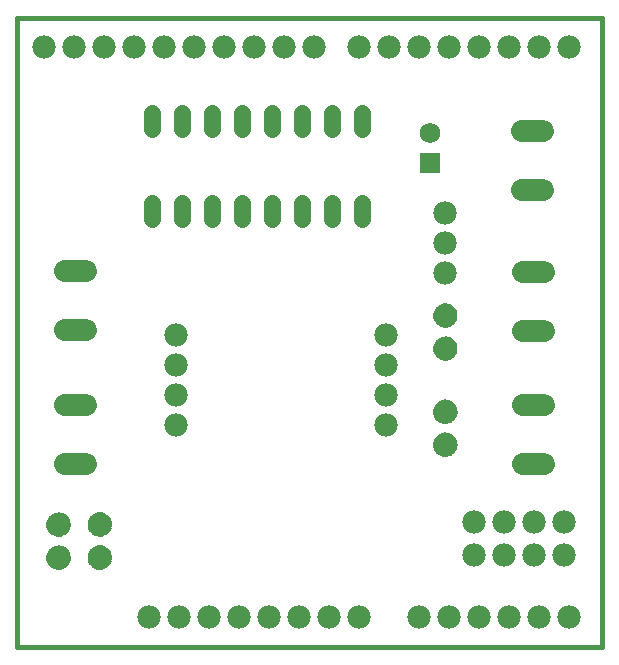
<source format=gbs>
G75*
%MOIN*%
%OFA0B0*%
%FSLAX25Y25*%
%IPPOS*%
%LPD*%
%AMOC8*
5,1,8,0,0,1.08239X$1,22.5*
%
%ADD10C,0.01600*%
%ADD11C,0.07800*%
%ADD12C,0.05600*%
%ADD13C,0.07450*%
%ADD14C,0.00500*%
%ADD15R,0.06900X0.06900*%
%ADD16C,0.06900*%
D10*
X0093524Y0001800D02*
X0093524Y0211249D01*
X0288406Y0211249D01*
X0288406Y0001800D01*
X0093524Y0001800D01*
D11*
X0137524Y0011603D03*
X0147524Y0011603D03*
X0157524Y0011603D03*
X0167524Y0011603D03*
X0177524Y0011603D03*
X0187524Y0011603D03*
X0197524Y0011603D03*
X0207524Y0011603D03*
X0227524Y0011603D03*
X0237524Y0011603D03*
X0247524Y0011603D03*
X0257524Y0011603D03*
X0267524Y0011603D03*
X0277524Y0011603D03*
X0275886Y0032312D03*
X0265886Y0032312D03*
X0255886Y0032312D03*
X0245886Y0032312D03*
X0245886Y0043335D03*
X0255886Y0043335D03*
X0265886Y0043335D03*
X0275886Y0043335D03*
X0216555Y0075619D03*
X0216555Y0085619D03*
X0216555Y0095619D03*
X0216555Y0105619D03*
X0236043Y0126485D03*
X0236043Y0136485D03*
X0236043Y0146485D03*
X0237524Y0201603D03*
X0247524Y0201603D03*
X0257524Y0201603D03*
X0267524Y0201603D03*
X0277524Y0201603D03*
X0227524Y0201603D03*
X0217524Y0201603D03*
X0207524Y0201603D03*
X0192524Y0201603D03*
X0182524Y0201603D03*
X0172524Y0201603D03*
X0162524Y0201603D03*
X0152524Y0201603D03*
X0142524Y0201603D03*
X0132524Y0201603D03*
X0122524Y0201603D03*
X0112524Y0201603D03*
X0102524Y0201603D03*
X0146476Y0105619D03*
X0146476Y0095619D03*
X0146476Y0085619D03*
X0146476Y0075619D03*
D12*
X0148445Y0144436D02*
X0148445Y0149636D01*
X0158445Y0149636D02*
X0158445Y0144436D01*
X0168445Y0144436D02*
X0168445Y0149636D01*
X0178445Y0149636D02*
X0178445Y0144436D01*
X0188445Y0144436D02*
X0188445Y0149636D01*
X0198445Y0149636D02*
X0198445Y0144436D01*
X0208445Y0144436D02*
X0208445Y0149636D01*
X0208445Y0174436D02*
X0208445Y0179636D01*
X0198445Y0179636D02*
X0198445Y0174436D01*
X0188445Y0174436D02*
X0188445Y0179636D01*
X0178445Y0179636D02*
X0178445Y0174436D01*
X0168445Y0174436D02*
X0168445Y0179636D01*
X0158445Y0179636D02*
X0158445Y0174436D01*
X0148445Y0174436D02*
X0148445Y0179636D01*
X0138445Y0179636D02*
X0138445Y0174436D01*
X0138445Y0149636D02*
X0138445Y0144436D01*
D13*
X0116458Y0126997D02*
X0109408Y0126997D01*
X0109408Y0107312D02*
X0116458Y0107312D01*
X0116458Y0082312D02*
X0109408Y0082312D01*
X0109408Y0062627D02*
X0116458Y0062627D01*
X0262125Y0062824D02*
X0269175Y0062824D01*
X0269175Y0082509D02*
X0262125Y0082509D01*
X0262125Y0106918D02*
X0269175Y0106918D01*
X0269175Y0126603D02*
X0262125Y0126603D01*
X0261731Y0153965D02*
X0268781Y0153965D01*
X0268781Y0173650D02*
X0261731Y0173650D01*
D14*
X0237730Y0115656D02*
X0238364Y0115308D01*
X0238918Y0114843D01*
X0239371Y0114278D01*
X0239705Y0113637D01*
X0239908Y0112942D01*
X0239970Y0112221D01*
X0239923Y0111576D01*
X0239764Y0110949D01*
X0239498Y0110360D01*
X0239134Y0109825D01*
X0238683Y0109362D01*
X0238159Y0108984D01*
X0237576Y0108703D01*
X0236954Y0108527D01*
X0236310Y0108462D01*
X0235651Y0108512D01*
X0235010Y0108675D01*
X0234407Y0108947D01*
X0233860Y0109320D01*
X0233387Y0109783D01*
X0233001Y0110320D01*
X0232714Y0110916D01*
X0232536Y0111553D01*
X0232470Y0112211D01*
X0232537Y0112870D01*
X0232718Y0113506D01*
X0233006Y0114102D01*
X0233393Y0114638D01*
X0233868Y0115099D01*
X0234415Y0115471D01*
X0235019Y0115742D01*
X0235661Y0115903D01*
X0236320Y0115952D01*
X0237040Y0115873D01*
X0237730Y0115656D01*
X0237391Y0115762D02*
X0235101Y0115762D01*
X0234111Y0115264D02*
X0238416Y0115264D01*
X0238980Y0114765D02*
X0233524Y0114765D01*
X0233125Y0114267D02*
X0239377Y0114267D01*
X0239637Y0113768D02*
X0232845Y0113768D01*
X0232651Y0113270D02*
X0239812Y0113270D01*
X0239922Y0112771D02*
X0232527Y0112771D01*
X0232476Y0112273D02*
X0239966Y0112273D01*
X0239937Y0111774D02*
X0232514Y0111774D01*
X0232613Y0111276D02*
X0239846Y0111276D01*
X0239686Y0110777D02*
X0232781Y0110777D01*
X0233031Y0110279D02*
X0239443Y0110279D01*
X0239091Y0109780D02*
X0233389Y0109780D01*
X0233917Y0109282D02*
X0238572Y0109282D01*
X0237743Y0108783D02*
X0234770Y0108783D01*
X0235661Y0104883D02*
X0236320Y0104931D01*
X0237040Y0104853D01*
X0237730Y0104635D01*
X0238364Y0104288D01*
X0238918Y0103823D01*
X0239371Y0103258D01*
X0239705Y0102617D01*
X0239908Y0101922D01*
X0239970Y0101201D01*
X0239923Y0100556D01*
X0239764Y0099929D01*
X0239498Y0099340D01*
X0239134Y0098805D01*
X0238683Y0098342D01*
X0238159Y0097964D01*
X0237576Y0097682D01*
X0236954Y0097507D01*
X0236310Y0097442D01*
X0235651Y0097491D01*
X0235010Y0097655D01*
X0234407Y0097927D01*
X0233860Y0098300D01*
X0233387Y0098763D01*
X0233001Y0099300D01*
X0232714Y0099896D01*
X0232536Y0100533D01*
X0232470Y0101191D01*
X0232537Y0101850D01*
X0232718Y0102486D01*
X0233006Y0103082D01*
X0233393Y0103618D01*
X0233868Y0104079D01*
X0234415Y0104451D01*
X0235019Y0104721D01*
X0235661Y0104883D01*
X0235310Y0104795D02*
X0237223Y0104795D01*
X0238348Y0104296D02*
X0234188Y0104296D01*
X0233579Y0103798D02*
X0238938Y0103798D01*
X0239338Y0103299D02*
X0233163Y0103299D01*
X0232870Y0102801D02*
X0239609Y0102801D01*
X0239797Y0102302D02*
X0232666Y0102302D01*
X0232533Y0101804D02*
X0239918Y0101804D01*
X0239961Y0101305D02*
X0232482Y0101305D01*
X0232508Y0100807D02*
X0239941Y0100807D01*
X0239860Y0100308D02*
X0232599Y0100308D01*
X0232756Y0099810D02*
X0239710Y0099810D01*
X0239479Y0099311D02*
X0232995Y0099311D01*
X0233351Y0098813D02*
X0239140Y0098813D01*
X0238645Y0098314D02*
X0233846Y0098314D01*
X0234654Y0097816D02*
X0237852Y0097816D01*
X0236830Y0083864D02*
X0236170Y0083914D01*
X0235527Y0083849D01*
X0234904Y0083673D01*
X0234322Y0083392D01*
X0233797Y0083014D01*
X0233346Y0082551D01*
X0232982Y0082016D01*
X0232717Y0081427D01*
X0232558Y0080800D01*
X0232510Y0080155D01*
X0232573Y0079434D01*
X0232775Y0078739D01*
X0233109Y0078098D01*
X0233562Y0077533D01*
X0234116Y0077068D01*
X0234751Y0076720D01*
X0235441Y0076503D01*
X0236160Y0076424D01*
X0236820Y0076473D01*
X0237461Y0076634D01*
X0238065Y0076905D01*
X0238612Y0077277D01*
X0239087Y0077738D01*
X0239474Y0078274D01*
X0239762Y0078870D01*
X0239943Y0079506D01*
X0240010Y0080165D01*
X0239945Y0080823D01*
X0239766Y0081460D01*
X0239479Y0082056D01*
X0239093Y0082593D01*
X0238620Y0083056D01*
X0238074Y0083429D01*
X0237471Y0083701D01*
X0236830Y0083864D01*
X0236857Y0083858D02*
X0235609Y0083858D01*
X0234276Y0083359D02*
X0238175Y0083359D01*
X0238820Y0082860D02*
X0233647Y0082860D01*
X0233217Y0082362D02*
X0239260Y0082362D01*
X0239572Y0081863D02*
X0232913Y0081863D01*
X0232701Y0081365D02*
X0239793Y0081365D01*
X0239933Y0080866D02*
X0232575Y0080866D01*
X0232526Y0080368D02*
X0239990Y0080368D01*
X0239980Y0079869D02*
X0232535Y0079869D01*
X0232591Y0079371D02*
X0239905Y0079371D01*
X0239763Y0078872D02*
X0232736Y0078872D01*
X0232965Y0078374D02*
X0239522Y0078374D01*
X0239186Y0077875D02*
X0233288Y0077875D01*
X0233749Y0077377D02*
X0238715Y0077377D01*
X0238005Y0076878D02*
X0234463Y0076878D01*
X0235527Y0072829D02*
X0236170Y0072894D01*
X0236830Y0072844D01*
X0237471Y0072681D01*
X0238074Y0072408D01*
X0238620Y0072035D01*
X0239093Y0071573D01*
X0239479Y0071036D01*
X0239766Y0070440D01*
X0239945Y0069803D01*
X0240010Y0069144D01*
X0239943Y0068486D01*
X0239762Y0067850D01*
X0239474Y0067254D01*
X0239087Y0066718D01*
X0238612Y0066257D01*
X0238065Y0065885D01*
X0237461Y0065614D01*
X0236820Y0065452D01*
X0236160Y0065404D01*
X0235441Y0065483D01*
X0234751Y0065700D01*
X0234116Y0066048D01*
X0233562Y0066513D01*
X0233109Y0067078D01*
X0232775Y0067719D01*
X0232573Y0068414D01*
X0232510Y0069135D01*
X0232558Y0069780D01*
X0232717Y0070406D01*
X0232982Y0070996D01*
X0233346Y0071531D01*
X0233797Y0071994D01*
X0234322Y0072372D01*
X0234904Y0072653D01*
X0235527Y0072829D01*
X0236132Y0072890D02*
X0236221Y0072890D01*
X0234362Y0072392D02*
X0238098Y0072392D01*
X0238766Y0071893D02*
X0233699Y0071893D01*
X0233253Y0071395D02*
X0239222Y0071395D01*
X0239546Y0070896D02*
X0232937Y0070896D01*
X0232714Y0070398D02*
X0239778Y0070398D01*
X0239918Y0069899D02*
X0232588Y0069899D01*
X0232530Y0069401D02*
X0239985Y0069401D01*
X0239985Y0068902D02*
X0232530Y0068902D01*
X0232576Y0068404D02*
X0239920Y0068404D01*
X0239778Y0067905D02*
X0232721Y0067905D01*
X0232938Y0067407D02*
X0239548Y0067407D01*
X0239224Y0066908D02*
X0233245Y0066908D01*
X0233686Y0066410D02*
X0238770Y0066410D01*
X0238103Y0065911D02*
X0234366Y0065911D01*
X0236084Y0065413D02*
X0236273Y0065413D01*
X0124787Y0043224D02*
X0124853Y0042566D01*
X0124786Y0041908D01*
X0124605Y0041271D01*
X0124317Y0040676D01*
X0123929Y0040139D01*
X0123455Y0039678D01*
X0122907Y0039307D01*
X0122304Y0039036D01*
X0121662Y0038874D01*
X0121002Y0038826D01*
X0120283Y0038905D01*
X0119593Y0039122D01*
X0118959Y0039470D01*
X0118405Y0039935D01*
X0117952Y0040499D01*
X0117618Y0041141D01*
X0117415Y0041836D01*
X0117352Y0042556D01*
X0117400Y0043201D01*
X0117559Y0043828D01*
X0117825Y0044418D01*
X0118188Y0044953D01*
X0118640Y0045416D01*
X0119164Y0045794D01*
X0119747Y0046075D01*
X0120369Y0046251D01*
X0121013Y0046316D01*
X0121672Y0046266D01*
X0122313Y0046102D01*
X0122916Y0045830D01*
X0123463Y0045457D01*
X0123936Y0044995D01*
X0124322Y0044458D01*
X0124609Y0043861D01*
X0124787Y0043224D01*
X0124812Y0042980D02*
X0117384Y0042980D01*
X0117359Y0042481D02*
X0124844Y0042481D01*
X0124793Y0041983D02*
X0117402Y0041983D01*
X0117518Y0041484D02*
X0124665Y0041484D01*
X0124467Y0040986D02*
X0117699Y0040986D01*
X0117961Y0040487D02*
X0124180Y0040487D01*
X0123774Y0039989D02*
X0118362Y0039989D01*
X0118935Y0039490D02*
X0123177Y0039490D01*
X0122127Y0038991D02*
X0120007Y0038991D01*
X0120369Y0035231D02*
X0121013Y0035296D01*
X0121672Y0035246D01*
X0122313Y0035082D01*
X0122916Y0034810D01*
X0123463Y0034437D01*
X0123936Y0033975D01*
X0124322Y0033438D01*
X0124609Y0032841D01*
X0124787Y0032204D01*
X0124853Y0031546D01*
X0124786Y0030888D01*
X0124605Y0030251D01*
X0124317Y0029656D01*
X0123929Y0029119D01*
X0123455Y0028658D01*
X0122907Y0028287D01*
X0122304Y0028016D01*
X0121662Y0027854D01*
X0121002Y0027806D01*
X0120283Y0027885D01*
X0119593Y0028102D01*
X0118959Y0028450D01*
X0118405Y0028915D01*
X0117952Y0029479D01*
X0117618Y0030121D01*
X0117415Y0030815D01*
X0117352Y0031536D01*
X0117400Y0032181D01*
X0117559Y0032808D01*
X0117825Y0033398D01*
X0118188Y0033932D01*
X0118640Y0034396D01*
X0119164Y0034774D01*
X0119747Y0035055D01*
X0120369Y0035231D01*
X0119640Y0035003D02*
X0122488Y0035003D01*
X0123363Y0034505D02*
X0118791Y0034505D01*
X0118260Y0034006D02*
X0123904Y0034006D01*
X0124271Y0033508D02*
X0117899Y0033508D01*
X0117650Y0033009D02*
X0124528Y0033009D01*
X0124701Y0032511D02*
X0117484Y0032511D01*
X0117388Y0032012D02*
X0124806Y0032012D01*
X0124849Y0031514D02*
X0117354Y0031514D01*
X0117398Y0031015D02*
X0124799Y0031015D01*
X0124680Y0030517D02*
X0117502Y0030517D01*
X0117671Y0030018D02*
X0124492Y0030018D01*
X0124219Y0029520D02*
X0117931Y0029520D01*
X0118319Y0029021D02*
X0123828Y0029021D01*
X0123255Y0028523D02*
X0118872Y0028523D01*
X0119840Y0028024D02*
X0122322Y0028024D01*
X0110986Y0030871D02*
X0110827Y0030244D01*
X0110561Y0029655D01*
X0110197Y0029120D01*
X0109746Y0028657D01*
X0109222Y0028279D01*
X0108639Y0027997D01*
X0108017Y0027822D01*
X0107373Y0027757D01*
X0106714Y0027806D01*
X0106073Y0027970D01*
X0105470Y0028242D01*
X0104923Y0028615D01*
X0104450Y0029077D01*
X0104064Y0029615D01*
X0103777Y0030211D01*
X0103599Y0030848D01*
X0103533Y0031506D01*
X0103600Y0032165D01*
X0103781Y0032801D01*
X0104069Y0033397D01*
X0104456Y0033933D01*
X0104931Y0034394D01*
X0105478Y0034766D01*
X0106082Y0035036D01*
X0106724Y0035198D01*
X0107383Y0035246D01*
X0108103Y0035168D01*
X0108793Y0034950D01*
X0109427Y0034602D01*
X0109981Y0034137D01*
X0110434Y0033573D01*
X0110768Y0032931D01*
X0110971Y0032237D01*
X0111033Y0031516D01*
X0110986Y0030871D01*
X0110996Y0031015D02*
X0103582Y0031015D01*
X0103534Y0031514D02*
X0111033Y0031514D01*
X0110990Y0032012D02*
X0103585Y0032012D01*
X0103699Y0032511D02*
X0110891Y0032511D01*
X0110728Y0033009D02*
X0103882Y0033009D01*
X0104149Y0033508D02*
X0110468Y0033508D01*
X0110086Y0034006D02*
X0104532Y0034006D01*
X0105094Y0034505D02*
X0109543Y0034505D01*
X0108624Y0035003D02*
X0106008Y0035003D01*
X0106714Y0038827D02*
X0106073Y0038990D01*
X0105470Y0039262D01*
X0104923Y0039635D01*
X0104450Y0040098D01*
X0104064Y0040635D01*
X0103777Y0041231D01*
X0103599Y0041868D01*
X0103533Y0042526D01*
X0103600Y0043185D01*
X0103781Y0043821D01*
X0104069Y0044417D01*
X0104456Y0044953D01*
X0104931Y0045414D01*
X0105478Y0045786D01*
X0106082Y0046057D01*
X0106724Y0046218D01*
X0107383Y0046267D01*
X0108103Y0046188D01*
X0108793Y0045970D01*
X0109427Y0045623D01*
X0109981Y0045158D01*
X0110434Y0044593D01*
X0110768Y0043952D01*
X0110971Y0043257D01*
X0111033Y0042536D01*
X0110986Y0041891D01*
X0110827Y0041264D01*
X0110561Y0040675D01*
X0110197Y0040140D01*
X0109746Y0039677D01*
X0109222Y0039299D01*
X0108639Y0039017D01*
X0108017Y0038842D01*
X0107373Y0038777D01*
X0106714Y0038827D01*
X0106069Y0038991D02*
X0108547Y0038991D01*
X0109487Y0039490D02*
X0105136Y0039490D01*
X0104562Y0039989D02*
X0110050Y0039989D01*
X0110434Y0040487D02*
X0104170Y0040487D01*
X0103895Y0040986D02*
X0110701Y0040986D01*
X0110882Y0041484D02*
X0103706Y0041484D01*
X0103587Y0041983D02*
X0110992Y0041983D01*
X0111029Y0042481D02*
X0103538Y0042481D01*
X0103579Y0042980D02*
X0110995Y0042980D01*
X0110906Y0043478D02*
X0103684Y0043478D01*
X0103856Y0043977D02*
X0110755Y0043977D01*
X0110496Y0044475D02*
X0104111Y0044475D01*
X0104478Y0044974D02*
X0110129Y0044974D01*
X0109606Y0045472D02*
X0105017Y0045472D01*
X0105891Y0045971D02*
X0108792Y0045971D01*
X0117470Y0043478D02*
X0124716Y0043478D01*
X0124553Y0043977D02*
X0117626Y0043977D01*
X0117864Y0044475D02*
X0124309Y0044475D01*
X0123951Y0044974D02*
X0118209Y0044974D01*
X0118718Y0045472D02*
X0123441Y0045472D01*
X0122605Y0045971D02*
X0119530Y0045971D01*
X0110896Y0030517D02*
X0103691Y0030517D01*
X0103870Y0030018D02*
X0110725Y0030018D01*
X0110470Y0029520D02*
X0104132Y0029520D01*
X0104507Y0029021D02*
X0110101Y0029021D01*
X0109561Y0028523D02*
X0105059Y0028523D01*
X0105952Y0028024D02*
X0108695Y0028024D01*
D15*
X0231122Y0163139D03*
D16*
X0231122Y0173139D03*
M02*

</source>
